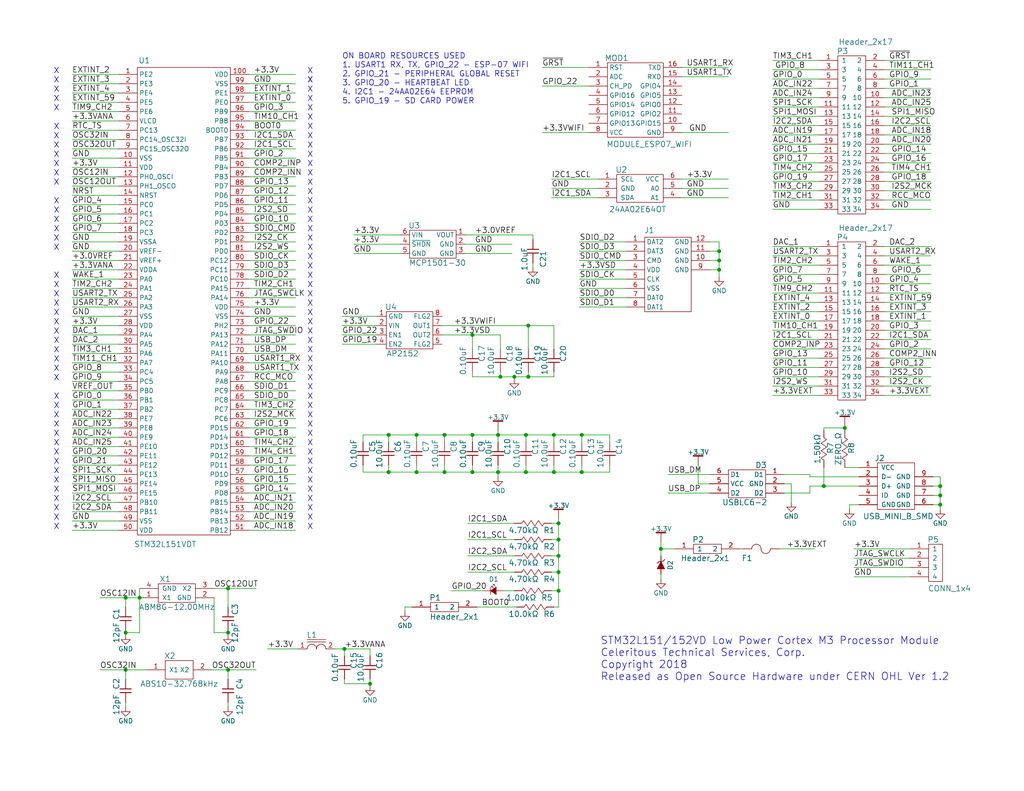
<source format=kicad_sch>
(kicad_sch (version 20230121) (generator eeschema)
  (paper "USLetter")
  (junction (at 106.045 118.745))
  (junction (at 100.965 186.69))
  (junction (at 143.51 118.745))
  (junction (at 34.29 172.72))
  (junction (at 62.23 172.72))
  (junction (at 38.1 163.195))
  (junction (at 152.4 147.32))
  (junction (at 136.525 102.87))
  (junction (at 113.665 118.745))
  (junction (at 196.215 71.12))
  (junction (at 256.54 132.715))
  (junction (at 230.505 116.84))
  (junction (at 93.98 177.165))
  (junction (at 152.4 156.21))
  (junction (at 144.145 88.9))
  (junction (at 34.29 163.195))
  (junction (at 196.215 73.66))
  (junction (at 62.23 182.88))
  (junction (at 151.13 128.905))
  (junction (at 256.54 137.795))
  (junction (at 196.215 68.58))
  (junction (at 144.145 102.87))
  (junction (at 180.34 149.86))
  (junction (at 224.79 132.715))
  (junction (at 158.75 118.745))
  (junction (at 128.905 128.905))
  (junction (at 152.4 142.875))
  (junction (at 135.89 128.905))
  (junction (at 113.665 128.905))
  (junction (at 106.045 128.905))
  (junction (at 143.51 128.905))
  (junction (at 34.29 182.88))
  (junction (at 121.285 128.905))
  (junction (at 121.285 118.745))
  (junction (at 128.905 91.44))
  (junction (at 256.54 135.255))
  (junction (at 128.905 118.745))
  (junction (at 151.13 118.745))
  (junction (at 152.4 161.29))
  (junction (at 140.335 102.87))
  (junction (at 135.89 118.745))
  (junction (at 158.75 128.905))
  (junction (at 152.4 151.765))
  (junction (at 62.23 160.655))
  (wire (pts (xy 223.52 34.29) (xy 210.82 34.29)))
  (wire (pts (xy 241.3 90.17) (xy 254 90.17)))
  (wire (pts (xy 62.23 160.655) (xy 69.85 160.655)))
  (wire (pts (xy 223.52 72.39) (xy 210.82 72.39)))
  (wire (pts (xy 67.945 139.7) (xy 80.645 139.7)))
  (wire (pts (xy 180.34 149.86) (xy 180.34 147.955)))
  (wire (pts (xy 113.665 127) (xy 113.665 128.905)))
  (wire (pts (xy 67.945 111.76) (xy 80.645 111.76)))
  (wire (pts (xy 32.385 129.54) (xy 19.685 129.54)))
  (wire (pts (xy 127 66.675) (xy 139.7 66.675)))
  (wire (pts (xy 223.52 82.55) (xy 210.82 82.55)))
  (wire (pts (xy 62.23 172.72) (xy 62.23 172.085)))
  (wire (pts (xy 170.815 76.2) (xy 158.115 76.2)))
  (wire (pts (xy 170.815 73.66) (xy 158.115 73.66)))
  (wire (pts (xy 241.3 29.21) (xy 254 29.21)))
  (wire (pts (xy 241.3 82.55) (xy 254 82.55)))
  (wire (pts (xy 166.37 128.905) (xy 158.75 128.905)))
  (wire (pts (xy 223.52 49.53) (xy 210.82 49.53)))
  (wire (pts (xy 190.5 132.08) (xy 190.5 127)))
  (wire (pts (xy 99.06 118.745) (xy 99.06 120.65)))
  (wire (pts (xy 67.945 76.2) (xy 80.645 76.2)))
  (wire (pts (xy 93.98 185.42) (xy 93.98 186.69)))
  (wire (pts (xy 67.945 60.96) (xy 80.645 60.96)))
  (wire (pts (xy 32.385 48.26) (xy 19.685 48.26)))
  (wire (pts (xy 127 64.135) (xy 145.415 64.135)))
  (wire (pts (xy 93.98 186.69) (xy 100.965 186.69)))
  (wire (pts (xy 223.52 105.41) (xy 210.82 105.41)))
  (wire (pts (xy 128.905 127) (xy 128.905 128.905)))
  (wire (pts (xy 57.785 182.88) (xy 62.23 182.88)))
  (wire (pts (xy 106.045 127) (xy 106.045 128.905)))
  (wire (pts (xy 234.315 132.715) (xy 224.79 132.715)))
  (wire (pts (xy 223.52 77.47) (xy 210.82 77.47)))
  (wire (pts (xy 32.385 38.1) (xy 19.685 38.1)))
  (wire (pts (xy 135.89 128.905) (xy 128.905 128.905)))
  (wire (pts (xy 213.995 132.08) (xy 215.9 132.08)))
  (wire (pts (xy 158.75 127) (xy 158.75 128.905)))
  (wire (pts (xy 223.52 74.93) (xy 210.82 74.93)))
  (wire (pts (xy 144.145 88.9) (xy 151.13 88.9)))
  (wire (pts (xy 193.675 129.54) (xy 182.245 129.54)))
  (wire (pts (xy 136.525 101.6) (xy 136.525 102.87)))
  (wire (pts (xy 32.385 109.22) (xy 19.685 109.22)))
  (wire (pts (xy 223.52 102.87) (xy 210.82 102.87)))
  (wire (pts (xy 32.385 27.94) (xy 19.685 27.94)))
  (wire (pts (xy 150.495 147.32) (xy 152.4 147.32)))
  (wire (pts (xy 121.285 120.65) (xy 121.285 118.745)))
  (wire (pts (xy 32.385 104.14) (xy 19.685 104.14)))
  (wire (pts (xy 241.3 85.09) (xy 254 85.09)))
  (wire (pts (xy 91.44 177.165) (xy 93.98 177.165)))
  (wire (pts (xy 248.285 152.4) (xy 233.045 152.4)))
  (wire (pts (xy 170.815 68.58) (xy 158.115 68.58)))
  (wire (pts (xy 32.385 22.86) (xy 19.685 22.86)))
  (wire (pts (xy 144.145 101.6) (xy 144.145 102.87)))
  (wire (pts (xy 145.415 71.755) (xy 145.415 73.025)))
  (wire (pts (xy 212.725 149.86) (xy 222.25 149.86)))
  (wire (pts (xy 32.385 132.08) (xy 19.685 132.08)))
  (wire (pts (xy 128.905 91.44) (xy 136.525 91.44)))
  (wire (pts (xy 67.945 66.04) (xy 80.645 66.04)))
  (wire (pts (xy 220.98 132.715) (xy 220.98 134.62)))
  (wire (pts (xy 67.945 35.56) (xy 80.645 35.56)))
  (wire (pts (xy 67.945 55.88) (xy 80.645 55.88)))
  (wire (pts (xy 241.3 87.63) (xy 254 87.63)))
  (wire (pts (xy 254.635 137.795) (xy 256.54 137.795)))
  (wire (pts (xy 152.4 161.29) (xy 152.4 165.735)))
  (wire (pts (xy 32.385 40.64) (xy 19.685 40.64)))
  (wire (pts (xy 32.385 73.66) (xy 19.685 73.66)))
  (wire (pts (xy 34.29 193.04) (xy 34.29 191.77)))
  (wire (pts (xy 120.65 91.44) (xy 128.905 91.44)))
  (wire (pts (xy 223.52 85.09) (xy 210.82 85.09)))
  (wire (pts (xy 32.385 35.56) (xy 19.685 35.56)))
  (wire (pts (xy 220.98 134.62) (xy 213.995 134.62)))
  (wire (pts (xy 223.52 107.95) (xy 210.82 107.95)))
  (wire (pts (xy 170.815 83.82) (xy 158.115 83.82)))
  (wire (pts (xy 67.945 63.5) (xy 80.645 63.5)))
  (wire (pts (xy 224.79 127.635) (xy 224.79 132.715)))
  (wire (pts (xy 241.3 107.95) (xy 254 107.95)))
  (wire (pts (xy 109.22 64.135) (xy 96.52 64.135)))
  (wire (pts (xy 241.3 41.91) (xy 254 41.91)))
  (wire (pts (xy 81.28 177.165) (xy 73.025 177.165)))
  (wire (pts (xy 223.52 69.85) (xy 210.82 69.85)))
  (wire (pts (xy 163.195 48.895) (xy 150.495 48.895)))
  (wire (pts (xy 140.335 147.32) (xy 127.635 147.32)))
  (wire (pts (xy 67.945 88.9) (xy 80.645 88.9)))
  (wire (pts (xy 248.285 149.86) (xy 233.045 149.86)))
  (wire (pts (xy 32.385 78.74) (xy 19.685 78.74)))
  (wire (pts (xy 62.23 165.735) (xy 62.23 160.655)))
  (wire (pts (xy 241.3 97.79) (xy 254 97.79)))
  (wire (pts (xy 67.945 101.6) (xy 80.645 101.6)))
  (wire (pts (xy 143.51 128.905) (xy 135.89 128.905)))
  (wire (pts (xy 113.665 118.745) (xy 106.045 118.745)))
  (wire (pts (xy 62.23 193.04) (xy 62.23 191.77)))
  (wire (pts (xy 145.415 64.135) (xy 145.415 65.405)))
  (wire (pts (xy 32.385 83.82) (xy 19.685 83.82)))
  (wire (pts (xy 32.385 71.12) (xy 19.685 71.12)))
  (wire (pts (xy 32.385 45.72) (xy 19.685 45.72)))
  (wire (pts (xy 32.385 93.98) (xy 19.685 93.98)))
  (wire (pts (xy 32.385 134.62) (xy 19.685 134.62)))
  (wire (pts (xy 223.52 54.61) (xy 210.82 54.61)))
  (wire (pts (xy 241.3 57.15) (xy 254 57.15)))
  (wire (pts (xy 67.945 104.14) (xy 80.645 104.14)))
  (wire (pts (xy 170.815 71.12) (xy 158.115 71.12)))
  (wire (pts (xy 34.29 163.195) (xy 27.305 163.195)))
  (wire (pts (xy 67.945 99.06) (xy 80.645 99.06)))
  (wire (pts (xy 34.29 185.42) (xy 34.29 182.88)))
  (wire (pts (xy 152.4 161.29) (xy 150.495 161.29)))
  (wire (pts (xy 241.3 31.75) (xy 254 31.75)))
  (wire (pts (xy 223.52 44.45) (xy 210.82 44.45)))
  (wire (pts (xy 100.965 185.42) (xy 100.965 186.69)))
  (wire (pts (xy 193.675 71.12) (xy 196.215 71.12)))
  (wire (pts (xy 223.52 97.79) (xy 210.82 97.79)))
  (wire (pts (xy 223.52 80.01) (xy 210.82 80.01)))
  (wire (pts (xy 241.3 74.93) (xy 254 74.93)))
  (wire (pts (xy 128.905 118.745) (xy 121.285 118.745)))
  (wire (pts (xy 67.945 58.42) (xy 80.645 58.42)))
  (wire (pts (xy 241.3 102.87) (xy 254 102.87)))
  (wire (pts (xy 223.52 52.07) (xy 210.82 52.07)))
  (wire (pts (xy 241.3 21.59) (xy 254 21.59)))
  (wire (pts (xy 102.87 91.44) (xy 93.345 91.44)))
  (wire (pts (xy 241.3 54.61) (xy 254 54.61)))
  (wire (pts (xy 241.3 24.13) (xy 254 24.13)))
  (wire (pts (xy 67.945 144.78) (xy 80.645 144.78)))
  (wire (pts (xy 128.905 95.25) (xy 128.905 91.44)))
  (wire (pts (xy 32.385 55.88) (xy 19.685 55.88)))
  (wire (pts (xy 196.215 73.66) (xy 196.215 75.565)))
  (wire (pts (xy 32.385 20.32) (xy 19.685 20.32)))
  (wire (pts (xy 158.75 120.65) (xy 158.75 118.745)))
  (wire (pts (xy 136.525 91.44) (xy 136.525 95.25)))
  (wire (pts (xy 32.385 99.06) (xy 19.685 99.06)))
  (wire (pts (xy 132.08 161.29) (xy 123.19 161.29)))
  (wire (pts (xy 223.52 90.17) (xy 210.82 90.17)))
  (wire (pts (xy 67.945 142.24) (xy 80.645 142.24)))
  (wire (pts (xy 215.9 132.08) (xy 215.9 137.16)))
  (wire (pts (xy 67.945 71.12) (xy 80.645 71.12)))
  (wire (pts (xy 67.945 91.44) (xy 80.645 91.44)))
  (wire (pts (xy 186.055 48.895) (xy 198.755 48.895)))
  (wire (pts (xy 186.055 53.975) (xy 198.755 53.975)))
  (wire (pts (xy 135.89 118.745) (xy 128.905 118.745)))
  (wire (pts (xy 32.385 116.84) (xy 19.685 116.84)))
  (wire (pts (xy 152.4 165.735) (xy 151.13 165.735)))
  (wire (pts (xy 109.22 69.215) (xy 96.52 69.215)))
  (wire (pts (xy 223.52 41.91) (xy 210.82 41.91)))
  (wire (pts (xy 32.385 119.38) (xy 19.685 119.38)))
  (wire (pts (xy 67.945 134.62) (xy 80.645 134.62)))
  (wire (pts (xy 223.52 67.31) (xy 210.82 67.31)))
  (wire (pts (xy 102.87 86.36) (xy 93.345 86.36)))
  (wire (pts (xy 67.945 116.84) (xy 80.645 116.84)))
  (wire (pts (xy 143.51 127) (xy 143.51 128.905)))
  (wire (pts (xy 241.3 95.25) (xy 254 95.25)))
  (wire (pts (xy 254.635 130.175) (xy 256.54 130.175)))
  (wire (pts (xy 140.335 156.21) (xy 127.635 156.21)))
  (wire (pts (xy 67.945 121.92) (xy 80.645 121.92)))
  (wire (pts (xy 186.055 20.955) (xy 198.755 20.955)))
  (wire (pts (xy 224.79 132.715) (xy 220.98 132.715)))
  (wire (pts (xy 241.3 77.47) (xy 254 77.47)))
  (wire (pts (xy 186.055 51.435) (xy 198.755 51.435)))
  (wire (pts (xy 170.815 78.74) (xy 158.115 78.74)))
  (wire (pts (xy 67.945 129.54) (xy 80.645 129.54)))
  (wire (pts (xy 230.505 116.84) (xy 230.505 116.205)))
  (wire (pts (xy 112.395 165.735) (xy 110.49 165.735)))
  (wire (pts (xy 248.285 157.48) (xy 233.045 157.48)))
  (wire (pts (xy 67.945 33.02) (xy 80.645 33.02)))
  (wire (pts (xy 223.52 92.71) (xy 210.82 92.71)))
  (wire (pts (xy 152.4 141.605) (xy 152.4 142.875)))
  (wire (pts (xy 106.045 118.745) (xy 99.06 118.745)))
  (wire (pts (xy 128.905 120.65) (xy 128.905 118.745)))
  (wire (pts (xy 140.335 151.765) (xy 127.635 151.765)))
  (wire (pts (xy 67.945 38.1) (xy 80.645 38.1)))
  (wire (pts (xy 143.51 118.745) (xy 135.89 118.745)))
  (wire (pts (xy 67.945 30.48) (xy 80.645 30.48)))
  (wire (pts (xy 140.335 103.505) (xy 140.335 102.87)))
  (wire (pts (xy 152.4 147.32) (xy 152.4 151.765)))
  (wire (pts (xy 135.89 127) (xy 135.89 128.905)))
  (wire (pts (xy 32.385 25.4) (xy 19.685 25.4)))
  (wire (pts (xy 32.385 76.2) (xy 19.685 76.2)))
  (wire (pts (xy 62.23 182.88) (xy 69.85 182.88)))
  (wire (pts (xy 256.54 137.795) (xy 256.54 139.065)))
  (wire (pts (xy 151.13 118.745) (xy 143.51 118.745)))
  (wire (pts (xy 180.34 151.765) (xy 180.34 149.86)))
  (wire (pts (xy 32.385 60.96) (xy 19.685 60.96)))
  (wire (pts (xy 58.42 163.195) (xy 58.42 172.72)))
  (wire (pts (xy 158.75 128.905) (xy 151.13 128.905)))
  (wire (pts (xy 220.98 130.175) (xy 220.98 129.54)))
  (wire (pts (xy 32.385 88.9) (xy 19.685 88.9)))
  (wire (pts (xy 143.51 120.65) (xy 143.51 118.745)))
  (wire (pts (xy 67.945 68.58) (xy 80.645 68.58)))
  (wire (pts (xy 120.65 88.9) (xy 144.145 88.9)))
  (wire (pts (xy 241.3 49.53) (xy 254 49.53)))
  (wire (pts (xy 67.945 43.18) (xy 80.645 43.18)))
  (wire (pts (xy 223.52 16.51) (xy 210.82 16.51)))
  (wire (pts (xy 140.335 102.87) (xy 136.525 102.87)))
  (wire (pts (xy 102.87 93.98) (xy 93.345 93.98)))
  (wire (pts (xy 152.4 142.875) (xy 152.4 147.32)))
  (wire (pts (xy 67.945 78.74) (xy 80.645 78.74)))
  (wire (pts (xy 193.675 66.04) (xy 196.215 66.04)))
  (wire (pts (xy 241.3 34.29) (xy 254 34.29)))
  (wire (pts (xy 67.945 137.16) (xy 80.645 137.16)))
  (wire (pts (xy 170.815 66.04) (xy 158.115 66.04)))
  (wire (pts (xy 113.665 128.905) (xy 106.045 128.905)))
  (wire (pts (xy 32.385 58.42) (xy 19.685 58.42)))
  (wire (pts (xy 67.945 96.52) (xy 80.645 96.52)))
  (wire (pts (xy 67.945 81.28) (xy 80.645 81.28)))
  (wire (pts (xy 186.055 36.195) (xy 198.755 36.195)))
  (wire (pts (xy 201.93 149.86) (xy 202.565 149.86)))
  (wire (pts (xy 223.52 29.21) (xy 210.82 29.21)))
  (wire (pts (xy 67.945 86.36) (xy 80.645 86.36)))
  (wire (pts (xy 241.3 26.67) (xy 254 26.67)))
  (wire (pts (xy 144.145 102.87) (xy 140.335 102.87)))
  (wire (pts (xy 32.385 91.44) (xy 19.685 91.44)))
  (wire (pts (xy 67.945 132.08) (xy 80.645 132.08)))
  (wire (pts (xy 38.1 160.655) (xy 38.1 163.195)))
  (wire (pts (xy 113.665 120.65) (xy 113.665 118.745)))
  (wire (pts (xy 223.52 46.99) (xy 210.82 46.99)))
  (wire (pts (xy 121.285 127) (xy 121.285 128.905)))
  (wire (pts (xy 106.045 120.65) (xy 106.045 118.745)))
  (wire (pts (xy 93.98 179.07) (xy 93.98 177.165)))
  (wire (pts (xy 34.29 173.355) (xy 34.29 172.72)))
  (wire (pts (xy 67.945 40.64) (xy 80.645 40.64)))
  (wire (pts (xy 151.13 102.87) (xy 144.145 102.87)))
  (wire (pts (xy 135.89 128.905) (xy 135.89 130.175)))
  (wire (pts (xy 144.145 95.25) (xy 144.145 88.9)))
  (wire (pts (xy 121.285 118.745) (xy 113.665 118.745)))
  (wire (pts (xy 152.4 151.765) (xy 152.4 156.21)))
  (wire (pts (xy 93.98 177.165) (xy 100.965 177.165)))
  (wire (pts (xy 184.15 149.86) (xy 180.34 149.86)))
  (wire (pts (xy 67.945 106.68) (xy 80.645 106.68)))
  (wire (pts (xy 241.3 105.41) (xy 254 105.41)))
  (wire (pts (xy 38.1 163.195) (xy 34.29 163.195)))
  (wire (pts (xy 193.675 73.66) (xy 196.215 73.66)))
  (wire (pts (xy 224.79 116.84) (xy 224.79 117.475)))
  (wire (pts (xy 67.945 25.4) (xy 80.645 25.4)))
  (wire (pts (xy 67.945 27.94) (xy 80.645 27.94)))
  (wire (pts (xy 67.945 53.34) (xy 80.645 53.34)))
  (wire (pts (xy 34.29 182.88) (xy 27.305 182.88)))
  (wire (pts (xy 110.49 165.735) (xy 110.49 167.005)))
  (wire (pts (xy 256.54 130.175) (xy 256.54 132.715)))
  (wire (pts (xy 151.13 128.905) (xy 143.51 128.905)))
  (wire (pts (xy 163.195 53.975) (xy 150.495 53.975)))
  (wire (pts (xy 151.13 120.65) (xy 151.13 118.745)))
  (wire (pts (xy 241.3 92.71) (xy 254 92.71)))
  (wire (pts (xy 32.385 66.04) (xy 19.685 66.04)))
  (wire (pts (xy 67.945 48.26) (xy 80.645 48.26)))
  (wire (pts (xy 241.3 36.83) (xy 254 36.83)))
  (wire (pts (xy 241.3 80.01) (xy 254 80.01)))
  (wire (pts (xy 254.635 135.255) (xy 256.54 135.255)))
  (wire (pts (xy 127 69.215) (xy 139.7 69.215)))
  (wire (pts (xy 223.52 100.33) (xy 210.82 100.33)))
  (wire (pts (xy 32.385 124.46) (xy 19.685 124.46)))
  (wire (pts (xy 223.52 24.13) (xy 210.82 24.13)))
  (wire (pts (xy 32.385 86.36) (xy 19.685 86.36)))
  (wire (pts (xy 58.42 172.72) (xy 62.23 172.72)))
  (wire (pts (xy 158.75 118.745) (xy 151.13 118.745)))
  (wire (pts (xy 140.335 142.875) (xy 127.635 142.875)))
  (wire (pts (xy 140.335 161.29) (xy 137.16 161.29)))
  (wire (pts (xy 67.945 73.66) (xy 80.645 73.66)))
  (wire (pts (xy 67.945 22.86) (xy 80.645 22.86)))
  (wire (pts (xy 32.385 33.02) (xy 19.685 33.02)))
  (wire (pts (xy 166.37 120.65) (xy 166.37 118.745)))
  (wire (pts (xy 32.385 139.7) (xy 19.685 139.7)))
  (wire (pts (xy 32.385 121.92) (xy 19.685 121.92)))
  (wire (pts (xy 32.385 68.58) (xy 19.685 68.58)))
  (wire (pts (xy 32.385 137.16) (xy 19.685 137.16)))
  (wire (pts (xy 180.34 158.115) (xy 180.34 156.845)))
  (wire (pts (xy 32.385 50.8) (xy 19.685 50.8)))
  (wire (pts (xy 58.42 160.655) (xy 62.23 160.655)))
  (wire (pts (xy 32.385 81.28) (xy 19.685 81.28)))
  (wire (pts (xy 135.89 118.745) (xy 135.89 120.65)))
  (wire (pts (xy 135.89 117.475) (xy 135.89 118.745)))
  (wire (pts (xy 223.52 21.59) (xy 210.82 21.59)))
  (wire (pts (xy 160.655 23.495) (xy 147.955 23.495)))
  (wire (pts (xy 223.52 31.75) (xy 210.82 31.75)))
  (wire (pts (xy 34.29 172.72) (xy 34.29 172.085)))
  (wire (pts (xy 223.52 36.83) (xy 210.82 36.83)))
  (wire (pts (xy 248.285 154.94) (xy 233.045 154.94)))
  (wire (pts (xy 38.1 163.195) (xy 38.1 172.72)))
  (wire (pts (xy 230.505 117.475) (xy 230.505 116.84)))
  (wire (pts (xy 223.52 26.67) (xy 210.82 26.67)))
  (wire (pts (xy 32.385 106.68) (xy 19.685 106.68)))
  (wire (pts (xy 32.385 43.18) (xy 19.685 43.18)))
  (wire (pts (xy 231.775 137.795) (xy 231.775 139.065)))
  (wire (pts (xy 152.4 156.21) (xy 150.495 156.21)))
  (wire (pts (xy 32.385 53.34) (xy 19.685 53.34)))
  (wire (pts (xy 223.52 57.15) (xy 210.82 57.15)))
  (wire (pts (xy 223.52 19.05) (xy 210.82 19.05)))
  (wire (pts (xy 186.055 18.415) (xy 198.755 18.415)))
  (wire (pts (xy 193.675 132.08) (xy 190.5 132.08)))
  (wire (pts (xy 166.37 127) (xy 166.37 128.905)))
  (wire (pts (xy 152.4 156.21) (xy 152.4 161.29)))
  (wire (pts (xy 128.905 102.87) (xy 128.905 101.6)))
  (wire (pts (xy 128.905 128.905) (xy 121.285 128.905)))
  (wire (pts (xy 234.315 137.795) (xy 231.775 137.795)))
  (wire (pts (xy 62.23 185.42) (xy 62.23 182.88)))
  (wire (pts (xy 150.495 142.875) (xy 152.4 142.875)))
  (wire (pts (xy 256.54 132.715) (xy 256.54 135.255)))
  (wire (pts (xy 241.3 16.51) (xy 254 16.51)))
  (wire (pts (xy 151.13 101.6) (xy 151.13 102.87)))
  (wire (pts (xy 32.385 142.24) (xy 19.685 142.24)))
  (wire (pts (xy 100.965 186.69) (xy 100.965 187.325)))
  (wire (pts (xy 196.215 71.12) (xy 196.215 73.66)))
  (wire (pts (xy 230.505 116.84) (xy 224.79 116.84)))
  (wire (pts (xy 40.005 182.88) (xy 34.29 182.88)))
  (wire (pts (xy 67.945 124.46) (xy 80.645 124.46)))
  (wire (pts (xy 32.385 111.76) (xy 19.685 111.76)))
  (wire (pts (xy 32.385 30.48) (xy 19.685 30.48)))
  (wire (pts (xy 67.945 83.82) (xy 80.645 83.82)))
  (wire (pts (xy 241.3 67.31) (xy 254 67.31)))
  (wire (pts (xy 241.3 100.33) (xy 254 100.33)))
  (wire (pts (xy 32.385 127) (xy 19.685 127)))
  (wire (pts (xy 241.3 69.85) (xy 254 69.85)))
  (wire (pts (xy 193.675 134.62) (xy 182.245 134.62)))
  (wire (pts (xy 62.23 173.355) (xy 62.23 172.72)))
  (wire (pts (xy 241.3 52.07) (xy 254 52.07)))
  (wire (pts (xy 100.965 177.165) (xy 100.965 179.07)))
  (wire (pts (xy 196.215 66.04) (xy 196.215 68.58)))
  (wire (pts (xy 67.945 109.22) (xy 80.645 109.22)))
  (wire (pts (xy 106.045 128.905) (xy 99.06 128.905)))
  (wire (pts (xy 32.385 101.6) (xy 19.685 101.6)))
  (wire (pts (xy 67.945 127) (xy 80.645 127)))
  (wire (pts (xy 67.945 20.32) (xy 80.645 20.32)))
  (wire (pts (xy 230.505 127.635) (xy 234.315 127.635)))
  (wire (pts (xy 166.37 118.745) (xy 158.75 118.745)))
  (wire (pts (xy 102.87 88.9) (xy 93.345 88.9)))
  (wire (pts (xy 109.22 66.675) (xy 96.52 66.675)))
  (wire (pts (xy 151.13 127) (xy 151.13 128.905)))
  (wire (pts (xy 99.06 128.905) (xy 99.06 127)))
  (wire (pts (xy 241.3 44.45) (xy 254 44.45)))
  (wire (pts (xy 163.195 51.435) (xy 150.495 51.435)))
  (wire (pts (xy 241.3 39.37) (xy 254 39.37)))
  (wire (pts (xy 32.385 96.52) (xy 19.685 96.52)))
  (wire (pts (xy 67.945 114.3) (xy 80.645 114.3)))
  (wire (pts (xy 254.635 132.715) (xy 256.54 132.715)))
  (wire (pts (xy 256.54 135.255) (xy 256.54 137.795)))
  (wire (pts (xy 241.3 19.05) (xy 254 19.05)))
  (wire (pts (xy 67.945 50.8) (xy 80.645 50.8)))
  (wire (pts (xy 67.945 45.72) (xy 80.645 45.72)))
  (wire (pts (xy 32.385 144.78) (xy 19.685 144.78)))
  (wire (pts (xy 220.98 129.54) (xy 213.995 129.54)))
  (wire (pts (xy 32.385 63.5) (xy 19.685 63.5)))
  (wire (pts (xy 160.655 18.415) (xy 147.955 18.415)))
  (wire (pts (xy 193.675 68.58) (xy 196.215 68.58)))
  (wire (pts (xy 160.655 36.195) (xy 147.955 36.195)))
  (wire (pts (xy 151.13 88.9) (xy 151.13 95.25)))
  (wire (pts (xy 223.52 39.37) (xy 210.82 39.37)))
  (wire (pts (xy 223.52 95.25) (xy 210.82 95.25)))
  (wire (pts (xy 234.315 130.175) (xy 220.98 130.175)))
  (wire (pts (xy 121.285 128.905) (xy 113.665 128.905)))
  (wire (pts (xy 196.215 68.58) (xy 196.215 71.12)))
  (wire (pts (xy 150.495 151.765) (xy 152.4 151.765)))
  (wire (pts (xy 38.1 172.72) (xy 34.29 172.72)))
  (wire (pts (xy 32.385 114.3) (xy 19.685 114.3)))
  (wire (pts (xy 241.3 72.39) (xy 254 72.39)))
  (wire (pts (xy 67.945 119.38) (xy 80.645 119.38)))
  (wire (pts (xy 140.97 165.735) (xy 130.175 165.735)))
  (wire (pts (xy 241.3 46.99) (xy 254 46.99)))
  (wire (pts (xy 170.815 81.28) (xy 158.115 81.28)))
  (wire (pts (xy 34.29 165.735) (xy 34.29 163.195)))
  (wire (pts (xy 136.525 102.87) (xy 128.905 102.87)))
  (wire (pts (xy 223.52 87.63) (xy 210.82 87.63)))
  (wire (pts (xy 67.945 93.98) (xy 80.645 93.98)))
  (text "X" (at 14.605 144.78 0) (effects (font (size 1.524 1.524)) (justify left bottom)))
  (text "X" (at 83.82 43.18 0) (effects (font (size 1.524 1.524)) (justify left bottom)))
  (text "X" (at 83.82 144.78 0) (effects (font (size 1.524 1.524)) (justify left bottom)))
  (text "X" (at 83.82 132.08 0) (effects (font (size 1.524 1.524)) (justify left bottom)))
  (text "X" (at 83.82 60.96 0) (effects (font (size 1.524 1.524)) (justify left bottom)))
  (text "X" (at 83.82 20.32 0) (effects (font (size 1.524 1.524)) (justify left bottom)))
  (text "X" (at 14.605 25.4 0) (effects (font (size 1.524 1.524)) (justify left bottom)))
  (text "X" (at 83.82 48.26 0) (effects (font (size 1.524 1.524)) (justify left bottom)))
  (text "X" (at 83.82 124.46 0) (effects (font (size 1.524 1.524)) (justify left bottom)))
  (text "X" (at 83.82 73.66 0) (effects (font (size 1.524 1.524)) (justify left bottom)))
  (text "X" (at 14.605 129.54 0) (effects (font (size 1.524 1.524)) (justify left bottom)))
  (text "X" (at 14.605 35.56 0) (effects (font (size 1.524 1.524)) (justify left bottom)))
  (text "X" (at 83.82 121.92 0) (effects (font (size 1.524 1.524)) (justify left bottom)))
  (text "X" (at 83.82 22.86 0) (effects (font (size 1.524 1.524)) (justify left bottom)))
  (text "X" (at 83.82 142.24 0) (effects (font (size 1.524 1.524)) (justify left bottom)))
  (text "X" (at 14.605 142.24 0) (effects (font (size 1.524 1.524)) (justify left bottom)))
  (text "X" (at 14.605 58.42 0) (effects (font (size 1.524 1.524)) (justify left bottom)))
  (text "X" (at 14.605 66.04 0) (effects (font (size 1.524 1.524)) (justify left bottom)))
  (text "X" (at 14.605 55.88 0) (effects (font (size 1.524 1.524)) (justify left bottom)))
  (text "X" (at 14.605 119.38 0) (effects (font (size 1.524 1.524)) (justify left bottom)))
  (text "X" (at 83.82 33.02 0) (effects (font (size 1.524 1.524)) (justify left bottom)))
  (text "X" (at 14.605 22.86 0) (effects (font (size 1.524 1.524)) (justify left bottom)))
  (text "X" (at 14.605 27.94 0) (effects (font (size 1.524 1.524)) (justify left bottom)))
  (text "X" (at 14.605 101.6 0) (effects (font (size 1.524 1.524)) (justify left bottom)))
  (text "X" (at 14.605 60.96 0) (effects (font (size 1.524 1.524)) (justify left bottom)))
  (text "X" (at 83.82 53.34 0) (effects (font (size 1.524 1.524)) (justify left bottom)))
  (text "X" (at 14.605 43.18 0) (effects (font (size 1.524 1.524)) (justify left bottom)))
  (text "X" (at 14.605 20.32 0) (effects (font (size 1.524 1.524)) (justify left bottom)))
  (text "X" (at 14.605 99.06 0) (effects (font (size 1.524 1.524)) (justify left bottom)))
  (text "X" (at 14.605 121.92 0) (effects (font (size 1.524 1.524)) (justify left bottom)))
  (text "X" (at 14.605 40.64 0) (effects (font (size 1.524 1.524)) (justify left bottom)))
  (text "X" (at 83.82 68.58 0) (effects (font (size 1.524 1.524)) (justify left bottom)))
  (text "X" (at 83.82 81.28 0) (effects (font (size 1.524 1.524)) (justify left bottom)))
  (text "X" (at 14.605 48.26 0) (effects (font (size 1.524 1.524)) (justify left bottom)))
  (text "X" (at 83.82 76.2 0) (effects (font (size 1.524 1.524)) (justify left bottom)))
  (text "X" (at 14.605 104.14 0) (effects (font (size 1.524 1.524)) (justify left bottom)))
  (text "X" (at 83.82 106.68 0) (effects (font (size 1.524 1.524)) (justify left bottom)))
  (text "X" (at 83.82 66.04 0) (effects (font (size 1.524 1.524)) (justify left bottom)))
  (text "X" (at 83.82 127 0) (effects (font (size 1.524 1.524)) (justify left bottom)))
  (text "X" (at 83.82 104.14 0) (effects (font (size 1.524 1.524)) (justify left bottom)))
  (text "X" (at 14.605 45.72 0) (effects (font (size 1.524 1.524)) (justify left bottom)))
  (text "X" (at 83.82 25.4 0) (effects (font (size 1.524 1.524)) (justify left bottom)))
  (text "X" (at 83.82 111.76 0) (effects (font (size 1.524 1.524)) (justify left bottom)))
  (text "X" (at 83.82 96.52 0) (effects (font (size 1.524 1.524)) (justify left bottom)))
  (text "X" (at 83.82 78.74 0) (effects (font (size 1.524 1.524)) (justify left bottom)))
  (text "X" (at 83.82 109.22 0) (effects (font (size 1.524 1.524)) (justify left bottom)))
  (text "X" (at 83.82 114.3 0) (effects (font (size 1.524 1.524)) (justify left bottom)))
  (text "X" (at 83.82 88.9 0) (effects (font (size 1.524 1.524)) (justify left bottom)))
  (text "X" (at 83.82 116.84 0) (effects (font (size 1.524 1.524)) (justify left bottom)))
  (text "X" (at 83.82 45.72 0) (effects (font (size 1.524 1.524)) (justify left bottom)))
  (text "X" (at 14.605 109.22 0) (effects (font (size 1.524 1.524)) (justify left bottom)))
  (text "X" (at 83.82 58.42 0) (effects (font (size 1.524 1.524)) (justify left bottom)))
  (text "X" (at 83.82 27.94 0) (effects (font (size 1.524 1.524)) (justify left bottom)))
  (text "X" (at 14.605 86.36 0) (effects (font (size 1.524 1.524)) (justify left bottom)))
  (text "X" (at 83.82 40.64 0) (effects (font (size 1.524 1.524)) (justify left bottom)))
  (text "X" (at 14.605 93.98 0) (effects (font (size 1.524 1.524)) (justify left bottom)))
  (text "X" (at 14.605 139.7 0) (effects (font (size 1.524 1.524)) (justify left bottom)))
  (text "X" (at 83.82 93.98 0) (effects (font (size 1.524 1.524)) (justify left bottom)))
  (text "X" (at 14.605 30.48 0) (effects (font (size 1.524 1.524)) (justify left bottom)))
  (text "X" (at 83.82 99.06 0) (effects (font (size 1.524 1.524)) (justify left bottom)))
  (text "X" (at 83.82 83.82 0) (effects (font (size 1.524 1.524)) (justify left bottom)))
  (text "X" (at 14.605 50.8 0) (effects (font (size 1.524 1.524)) (justify left bottom)))
  (text "X" (at 83.82 134.62 0) (effects (font (size 1.524 1.524)) (justify left bottom)))
  (text "X" (at 83.82 38.1 0) (effects (font (size 1.524 1.524)) (justify left bottom)))
  (text "X" (at 14.605 111.76 0) (effects (font (size 1.524 1.524)) (justify left bottom)))
  (text "X" (at 14.605 83.82 0) (effects (font (size 1.524 1.524)) (justify left bottom)))
  (text "X" (at 14.605 114.3 0) (effects (font (size 1.524 1.524)) (justify left bottom)))
  (text "X" (at 83.82 137.16 0) (effects (font (size 1.524 1.524)) (justify left bottom)))
  (text "X" (at 14.605 137.16 0) (effects (font (size 1.524 1.524)) (justify left bottom)))
  (text "X" (at 14.605 76.2 0) (effects (font (size 1.524 1.524)) (justify left bottom)))
  (text "X" (at 14.605 124.46 0) (effects (font (size 1.524 1.524)) (justify left bottom)))
  (text "X" (at 83.82 129.54 0) (effects (font (size 1.524 1.524)) (justify left bottom)))
  (text "STM32L151/152VD Low Power Cortex M3 Processor Module\nCeleritous Technical Services, Corp.\nCopyright 2018 \nReleased as Open Source Hardware under CERN OHL Ver 1.2" (at 163.83 186.055 0) (effects (font (size 2.032 2.032)) (justify left bottom)))
  (text "X" (at 14.605 127 0) (effects (font (size 1.524 1.524)) (justify left bottom)))
  (text "X" (at 14.605 96.52 0) (effects (font (size 1.524 1.524)) (justify left bottom)))
  (text "X" (at 14.605 38.1 0) (effects (font (size 1.524 1.524)) (justify left bottom)))
  (text "X" (at 83.82 71.12 0) (effects (font (size 1.524 1.524)) (justify left bottom)))
  (text "X" (at 83.82 86.36 0) (effects (font (size 1.524 1.524)) (justify left bottom)))
  (text "X" (at 14.605 68.58 0) (effects (font (size 1.524 1.524)) (justify left bottom)))
  (text "X" (at 14.605 88.9 0) (effects (font (size 1.524 1.524)) (justify left bottom)))
  (text "X" (at 83.82 63.5 0) (effects (font (size 1.524 1.524)) (justify left bottom)))
  (text "ON BOARD RESOURCES USED\n1. USART1 RX, TX, GPIO_22 - ESP-07 WIFI\n2. GPIO_21 - PERIPHERAL GLOBAL RESET\n3. GPIO_20 - HEARTBEAT LED\n4. I2C1 - 24AA02E64 EEPROM\n5. GPIO_19 - SD CARD POWER" (at 93.345 28.575 0) (effects (font (size 1.524 1.524)) (justify left bottom)))
  (text "X" (at 83.82 35.56 0) (effects (font (size 1.524 1.524)) (justify left bottom)))
  (text "X" (at 83.82 55.88 0) (effects (font (size 1.524 1.524)) (justify left bottom)))
  (text "X" (at 83.82 139.7 0) (effects (font (size 1.524 1.524)) (justify left bottom)))
  (text "X" (at 14.605 132.08 0) (effects (font (size 1.524 1.524)) (justify left bottom)))
  (text "X" (at 83.82 50.8 0) (effects (font (size 1.524 1.524)) (justify left bottom)))
  (text "X" (at 14.605 81.28 0) (effects (font (size 1.524 1.524)) (justify left bottom)))
  (text "X" (at 14.605 134.62 0) (effects (font (size 1.524 1.524)) (justify left bottom)))
  (text "X" (at 83.82 30.48 0) (effects (font (size 1.524 1.524)) (justify left bottom)))
  (text "X" (at 14.605 116.84 0) (effects (font (size 1.524 1.524)) (justify left bottom)))
  (text "X" (at 14.605 78.74 0) (effects (font (size 1.524 1.524)) (justify left bottom)))
  (text "X" (at 83.82 119.38 0) (effects (font (size 1.524 1.524)) (justify left bottom)))
  (text "X" (at 83.82 91.44 0) (effects (font (size 1.524 1.524)) (justify left bottom)))
  (text "X" (at 83.82 22.86 0) (effects (font (size 1.524 1.524)) (justify left bottom)))
  (text "X" (at 14.605 91.44 0) (effects (font (size 1.524 1.524)) (justify left bottom)))
  (text "X" (at 14.605 63.5 0) (effects (font (size 1.524 1.524)) (justify left bottom)))
  (text "X" (at 83.82 101.6 0) (effects (font (size 1.524 1.524)) (justify left bottom)))
  (label "ADC_IN21" (at 210.82 39.37 0) (effects (font (size 1.524 1.524))))
  (label "DAC_1" (at 19.685 91.44 0) (effects (font (size 1.524 1.524))))
  (label "SDIO_CK" (at 158.115 76.2 0) (effects (font (size 1.524 1.524))))
  (label "I2C1_SCL" (at 210.82 92.71 0) (effects (font (size 1.524 1.524))))
  (label "ADC_IN19" (at 210.82 36.83 0) (effects (font (size 1.524 1.524))))
  (label "WAKE_1" (at 242.57 72.39 0) (effects (font (size 1.524 1.524))))
  (label "GND" (at 187.96 36.195 0) (effects (font (size 1.524 1.524))))
  (label "ADC_IN25" (at 19.685 121.92 0) (effects (font (size 1.524 1.524))))
  (label "GND" (at 243.205 57.15 0) (effects (font (size 1.524 1.524))))
  (label "+3.3V" (at 233.045 149.86 0) (effects (font (size 1.524 1.524))))
  (label "GPIO_6" (at 243.205 74.93 0) (effects (font (size 1.524 1.524))))
  (label "I2C2_SDA" (at 210.82 34.29 0) (effects (font (size 1.524 1.524))))
  (label "TIM2_CH2" (at 210.82 72.39 0) (effects (font (size 1.524 1.524))))
  (label "ADC_IN20" (at 243.205 39.37 0) (effects (font (size 1.524 1.524))))
  (label "GND" (at 19.685 43.18 0) (effects (font (size 1.524 1.524))))
  (label "GPIO_3" (at 69.215 30.48 0) (effects (font (size 1.524 1.524))))
  (label "I2C2_SCL" (at 127.635 156.21 0) (effects (font (size 1.524 1.524))))
  (label "GPIO_8" (at 19.685 101.6 0) (effects (font (size 1.524 1.524))))
  (label "TIM3_CH1" (at 19.685 96.52 0) (effects (font (size 1.524 1.524))))
  (label "GPIO_10" (at 210.82 102.87 0) (effects (font (size 1.524 1.524))))
  (label "GPIO_15" (at 69.215 132.08 0) (effects (font (size 1.524 1.524))))
  (label "JTAG_SWDIO" (at 233.045 154.94 0) (effects (font (size 1.524 1.524))))
  (label "TIM3_CH2" (at 210.82 52.07 0) (effects (font (size 1.524 1.524))))
  (label "GPIO_8" (at 211.455 19.05 0) (effects (font (size 1.524 1.524))))
  (label "GPIO_19" (at 210.82 49.53 0) (effects (font (size 1.524 1.524))))
  (label "EXTINT_4" (at 210.82 82.55 0) (effects (font (size 1.524 1.524))))
  (label "OSC32IN" (at 27.305 182.88 0) (effects (font (size 1.524 1.524))))
  (label "GND" (at 19.685 66.04 0) (effects (font (size 1.524 1.524))))
  (label "JTAG_SWCLK" (at 69.215 81.28 0) (effects (font (size 1.524 1.524))))
  (label "GPIO_4" (at 242.57 77.47 0) (effects (font (size 1.524 1.524))))
  (label "ADC_IN21" (at 69.215 137.16 0) (effects (font (size 1.524 1.524))))
  (label "GND" (at 129.54 66.675 0) (effects (font (size 1.524 1.524))))
  (label "USART1_TX" (at 69.215 101.6 0) (effects (font (size 1.524 1.524))))
  (label "GPIO_1" (at 19.685 111.76 0) (effects (font (size 1.524 1.524))))
  (label "I2C1_SDA" (at 127.635 142.875 0) (effects (font (size 1.524 1.524))))
  (label "USART2_TX" (at 210.82 69.85 0) (effects (font (size 1.524 1.524))))
  (label "GPIO_13" (at 210.82 97.79 0) (effects (font (size 1.524 1.524))))
  (label "EXTINT_2" (at 210.82 85.09 0) (effects (font (size 1.524 1.524))))
  (label "TIM3_CH1" (at 210.82 16.51 0) (effects (font (size 1.524 1.524))))
  (label "I2C2_SCL" (at 19.685 137.16 0) (effects (font (size 1.524 1.524))))
  (label "TIM11_CH1" (at 19.685 99.06 0) (effects (font (size 1.524 1.524))))
  (label "USART1_RX" (at 69.215 99.06 0) (effects (font (size 1.524 1.524))))
  (label "GPIO_14" (at 243.205 41.91 0) (effects (font (size 1.524 1.524))))
  (label "+3.3V" (at 187.325 48.895 0) (effects (font (size 1.524 1.524))))
  (label "OSC32IN" (at 19.685 38.1 0) (effects (font (size 1.524 1.524))))
  (label "TIM10_CH1" (at 69.215 33.02 0) (effects (font (size 1.524 1.524))))
  (label "TIM9_CH2" (at 210.82 80.01 0) (effects (font (size 1.524 1.524))))
  (label "GPIO_7" (at 19.685 63.5 0) (effects (font (size 1.524 1.524))))
  (label "GPIO_19" (at 69.215 116.84 0) (effects (font (size 1.524 1.524))))
  (label "GPIO_15" (at 210.82 41.91 0) (effects (font (size 1.524 1.524))))
  (label "ADC_IN22" (at 19.685 114.3 0) (effects (font (size 1.524 1.524))))
  (label "TIM4_CH2" (at 69.215 121.92 0) (effects (font (size 1.524 1.524))))
  (label "GPIO_6" (at 19.685 60.96 0) (effects (font (size 1.524 1.524))))
  (label "~{GRST}" (at 242.57 16.51 0) (effects (font (size 1.524 1.524))))
  (label "ADC_IN23" (at 19.685 116.84 0) (effects (font (size 1.524 1.524))))
  (label "SDIO_D2" (at 158.115 66.04 0) (effects (font (size 1.524 1.524))))
  (label "GPIO_3" (at 242.57 90.17 0) (effects (font (size 1.524 1.524))))
  (label "RCC_MCO" (at 69.215 104.14 0) (effects (font (size 1.524 1.524))))
  (label "DAC_2" (at 242.57 67.31 0) (effects (font (size 1.524 1.524))))
  (label "EXTINT_0" (at 210.82 87.63 0) (effects (font (size 1.524 1.524))))
  (label "+3.3V" (at 19.685 88.9 0) (effects (font (size 1.524 1.524))))
  (label "GND" (at 19.685 86.36 0) (effects (font (size 1.524 1.524))))
  (label "OSC12OUT" (at 58.42 160.655 0) (effects (font (size 1.524 1.524))))
  (label "GPIO_17" (at 210.82 44.45 0) (effects (font (size 1.524 1.524))))
  (label "+3.3VSD" (at 158.115 73.66 0) (effects (font (size 1.524 1.524))))
  (label "EXTINT_59" (at 19.685 27.94 0) (effects (font (size 1.524 1.524))))
  (label "TIM4_CH1" (at 69.215 124.46 0) (effects (font (size 1.524 1.524))))
  (label "RCC_MCO" (at 243.205 54.61 0) (effects (font (size 1.524 1.524))))
  (label "I2C1_SCL" (at 127.635 147.32 0) (effects (font (size 1.524 1.524))))
  (label "TIM2_CH2" (at 19.685 78.74 0) (effects (font (size 1.524 1.524))))
  (label "+3.3V" (at 96.52 64.135 0) (effects (font (size 1.524 1.524))))
  (label "GPIO_18" (at 243.205 49.53 0) (effects (font (size 1.524 1.524))))
  (label "USB_DP" (at 69.215 93.98 0) (effects (font (size 1.524 1.524))))
  (label "+3.3V" (at 69.215 83.82 0) (effects (font (size 1.524 1.524))))
  (label "SDIO_D0" (at 69.215 109.22 0) (effects (font (size 1.524 1.524))))
  (label "TIM2_CH1" (at 210.82 54.61 0) (effects (font (size 1.524 1.524))))
  (label "WAKE_1" (at 19.685 76.2 0) (effects (font (size 1.524 1.524))))
  (label "I2C1_SDA" (at 69.215 38.1 0) (effects (font (size 1.524 1.524))))
  (label "ADC_IN22" (at 210.82 24.13 0) (effects (font (size 1.524 1.524))))
  (label "GND" (at 69.215 22.86 0) (effects (font (size 1.524 1.524))))
  (label "I2C1_SCL" (at 150.495 48.895 0) (effects (font (size 1.524 1.524))))
  (label "GND" (at 210.82 57.15 0) (effects (font (size 1.524 1.524))))
  (label "GND" (at 158.115 78.74 0) (effects (font (size 1.524 1.524))))
  (label "+3.3V" (at 96.52 66.675 0) (effects (font (size 1.524 1.524))))
  (label "OSC12OUT" (at 19.685 50.8 0) (effects (font (size 1.524 1.524))))
  (label "GPIO_12" (at 69.215 53.34 0) (effects (font (size 1.524 1.524))))
  (label "GPIO_5" (at 19.685 58.42 0) (effects (font (size 1.524 1.524))))
  (label "EXTINT_1" (at 69.215 25.4 0) (effects (font (size 1.524 1.524))))
  (label "DAC_2" (at 19.685 93.98 0) (effects (font (size 1.524 1.524))))
  (label "SPI1_MISO" (at 19.685 132.08 0) (effects (font (size 1.524 1.524))))
  (label "OSC12IN" (at 27.305 163.195 0) (effects (font (size 1.524 1.524))))
  (label "RTC_TS" (at 242.57 80.01 0) (effects (font (size 1.524 1.524))))
  (label "SPI1_MOSI" (at 19.685 134.62 0) (effects (font (size 1.524 1.524))))
  (label "SDIO_D1" (at 69.215 106.68 0) (effects (font (size 1.524 1.524))))
  (label "GPIO_17" (at 69.215 127 0) (effects (font (size 1.524 1.524))))
  (label "GND" (at 96.52 69.215 0) (effects (font (size 1.524 1.524))))
  (label "TIM4_CH2" (at 210.82 46.99 0) (effects (font (size 1.524 1.524))))
  (label "TIM11_CH1" (at 242.57 19.05 0) (effects (font (size 1.524 1.524))))
  (label "GND" (at 19.685 68.58 0) (effects (font (size 1.524 1.524))))
  (label "GND" (at 69.215 86.36 0) (effects (font (size 1.524 1.524))))
  (label "GPIO_16" (at 243.205 44.45 0) (effects (font (size 1.524 1.524))))
  (label "+3.0VREF" (at 19.685 71.12 0) (effects (font (size 1.524 1.524))))
  (label "GND" (at 187.325 51.435 0) (effects (font (size 1.524 1.524))))
  (label "I2S2_SD" (at 242.57 102.87 0) (effects (font (size 1.524 1.524))))
  (label "GPIO_19" (at 93.345 93.98 0) (effects (font (size 1.524 1.524))))
  (label "SPI1_SCK" (at 19.685 129.54 0) (effects (font (size 1.524 1.524))))
  (label "GPIO_5" (at 210.82 77.47 0) (effects (font (size 1.524 1.524))))
  (label "SPI1_MISO" (at 243.205 31.75 0) (effects (font (size 1.524 1.524))))
  (label "I2C2_SCL" (at 243.205 34.29 0) (effects (font (size 1.524 1.524))))
  (label "GPIO_10" (at 69.215 60.96 0) (effects (font (size 1.524 1.524))))
  (label "DAC_1" (at 210.82 67.31 0) (effects (font (size 1.524 1.524))))
  (label "I2S2_SD" (at 69.215 58.42 0) (effects (font (size 1.524 1.524))))
  (label "I2S2_MCK" (at 243.205 52.07 0) (effects (font (size 1.524 1.524))))
  (label "I2C2_SDA" (at 19.685 139.7 0) (effects (font (size 1.524 1.524))))
  (label "BOOT0" (at 69.215 35.56 0) (effects (font (size 1.524 1.524))))
  (label "GPIO_9" (at 19.685 104.14 0) (effects (font (size 1.524 1.524))))
  (label "GPIO_20" (at 19.685 124.46 0) (effects (font (size 1.524 1.524))))
  (label "~{GRST}" (at 147.955 18.415 0) (effects (font (size 1.524 1.524))))
  (label "+3.3VWIFI" (at 123.825 88.9 0) (effects (font (size 1.524 1.524))))
  (label "GND" (at 129.54 69.215 0) (effects (font (size 1.524 1.524))))
  (label "ADC_IN18" (at 69.215 144.78 0) (effects (font (size 1.524 1.524))))
  (label "OSC12IN" (at 19.685 48.26 0) (effects (font (size 1.524 1.524))))
  (label "I2S2_CK" (at 242.57 105.41 0) (effects (font (size 1.524 1.524))))
  (label "+3.3VANA" (at 19.685 73.66 0) (effects (font (size 1.524 1.524))))
  (label "GPIO_14" (at 69.215 134.62 0) (effects (font (size 1.524 1.524))))
  (label "EXTINT_59" (at 242.57 82.55 0) (effects (font (size 1.524 1.524))))
  (label "TIM3_CH2" (at 69.215 111.76 0) (effects (font (size 1.524 1.524))))
  (label "SDIO_D1" (at 158.115 83.82 0) (effects (font (size 1.524 1.524))))
  (label "GND" (at 93.345 86.36 0) (effects (font (size 1.524 1.524))))
  (label "GND" (at 19.685 142.24 0) (effects (font (size 1.524 1.524))))
  (label "COMP2_INN" (at 69.215 48.26 0) (effects (font (size 1.524 1.524))))
  (label "SPI1_SCK" (at 210.82 29.21 0) (effects (font (size 1.524 1.524))))
  (label "GPIO_2" (at 69.215 43.18 0) (effects (font (size 1.524 1.524))))
  (label "I2C1_SDA" (at 242.57 92.71 0) (effects (font (size 1.524 1.524))))
  (label "SDIO_D0" (at 158.115 81.28 0) (effects (font (size 1.524 1.524))))
  (label "USB_DP" (at 182.245 134.62 0) (effects (font (size 1.524 1.524))))
  (label "ADC_IN20" (at 69.215 139.7 0) (effects (font (size 1.524 1.524))))
  (label "+3.3VWIFI" (at 147.955 36.195 0) (effects (font (size 1.524 1.524))))
  (label "COMP2_INN" (at 242.57 97.79 0) (effects (font (size 1.524 1.524))))
  (label "USART2_RX" (at 19.685 83.82 0) (effects (font (size 1.524 1.524))))
  (label "+3.3VANA" (at 19.685 33.02 0) (effects (font (size 1.524 1.524))))
  (label "ADC_IN23" (at 243.205 26.67 0) (effects (font (size 1.524 1.524))))
  (label "EXTINT_2" (at 19.685 20.32 0) (effects (font (size 1.524 1.524))))
  (label "GPIO_9" (at 242.57 21.59 0) (effects (font (size 1.524 1.524))))
  (label "I2S2_CK" (at 69.215 66.04 0) (effects (font (size 1.524 1.524))))
  (label "+3.3V" (at 19.685 45.72 0) (effects (font (size 1.524 1.524))))
  (label "+3.3VEXT" (at 210.82 107.95 0) (effects (font (size 1.524 1.524))))
  (label "GPIO_16" (at 69.215 129.54 0) (effects (font (size 1.524 1.524))))
  (label "+3.0VREF" (at 129.54 64.135 0) (effects (font (size 1.524 1.524))))
  (label "GND" (at 233.045 157.48 0) (effects (font (size 1.524 1.524))))
  (label "USB_DM" (at 182.245 129.54 0) (effects (font (size 1.524 1.524))))
  (label "GPIO_21" (at 19.685 127 0) (effects (font (size 1.524 1.524))))
  (label "+3.3V" (at 69.215 20.32 0) (effects (font (size 1.524 1.524))))
  (label "GPIO_20" (at 123.19 161.29 0) (effects (font (size 1.524 1.524))))
  (label "ADC_IN18" (at 243.205 36.83 0) (effects (font (size 1.524 1.524))))
  (label "ADC_IN24" (at 19.685 119.38 0) (effects (font (size 1.524 1.524))))
  (label "RTC_TS" (at 19.685 35.56 0) (effects (font (size 1.524 1.524))))
  (label "EXTINT_3" (at 242.57 85.09 0) (effects (font (size 1.524 1.524))))
  (label "I2C2_SDA" (at 127.635 151.765 0) (effects (font (size 1.524 1.524))))
  (label "GPIO_4" (at 19.685 55.88 0) (effects (font (size 1.524 1.524))))
  (label "GPIO_22" (at 147.955 23.495 0) (effects (font (size 1.524 1.524))))
  (label "GPIO_2" (at 242.57 95.25 0) (effects (font (size 1.524 1.524))))
  (label "GND" (at 150.495 51.435 0) (effects (font (size 1.524 1.524))))
  (label "SPI1_MOSI" (at 210.82 31.75 0) (effects (font (size 1.524 1.524))))
  (label "GPIO_22" (at 93.345 91.44 0) (effects (font (size 1.524 1.524))))
  (label "JTAG_SWCLK" (at 233.045 152.4 0) (effects (font (size 1.524 1.524))))
  (label "USB_DM" (at 69.215 96.52 0) (effects (font (size 1.524 1.524))))
  (label "EXTINT_4" (at 19.685 25.4 0) (effects (font (size 1.524 1.524))))
  (label "SDIO_CMD" (at 69.215 63.5 0) (effects (font (size 1.524 1.524))))
  (label "BOOT0" (at 131.445 165.735 0) (effects (font (size 1.524 1.524))))
  (label "ADC_IN19" (at 69.215 142.24 0) (effects (font (size 1.524 1.524))))
  (label "TIM4_CH1" (at 243.205 46.99 0) (effects (font (size 1.524 1.524))))
  (label "+3.3V" (at 19.685 144.78 0) (effects (font (size 1.524 1.524))))
  (label "GPIO_13" (at 69.215 50.8 0) (effects (font (size 1.524 1.524))))
  (label "+3.3VEXT" (at 214.63 149.86 0) (effects (font (size 1.524 1.524))))
  (label "+3.3VANA" (at 93.98 177.165 0) (effects (font (size 1.524 1.524))))
  (label "I2S2_WS" (at 69.215 68.58 0) (effects (font (size 1.524 1.524))))
  (label "SDIO_CK" (at 69.215 71.12 0) (effects (font (size 1.524 1.524))))
  (label "GPIO_11" (at 210.82 100.33 0) (effects (font (size 1.524 1.524))))
  (label "ADC_IN24" (at 210.82 26.67 0) (effects (font (size 1.524 1.524))))
  (label "EXTINT_3" (at 19.685 22.86 0) (effects (font (size 1.524 1.524))))
  (label "SDIO_D3" (at 158.115 68.58 0) (effects (font (size 1.524 1.524))))
  (label "GPIO_1" (at 242.57 24.13 0) (effects (font (size 1.524 1.524))))
  (label "GPIO_11" (at 69.215 55.88 0) (effects (font (size 1.524 1.524))))
  (label "SDIO_D2" (at 69.215 76.2 0) (effects (font (size 1.524 1.524))))
  (label "GPIO_0" (at 210.82 21.59 0) (effects (font (size 1.524 1.524))))
  (label "SDIO_D3" (at 69.215 73.66 0) (effects (font (size 1.524 1.524))))
  (label "I2S2_MCK" (at 69.215 114.3 0) (effects (font (size 1.524 1.524))))
  (label "EXTINT_0" (at 69.215 27.94 0) (effects (font (size 1.524 1.524))))
  (label "USART2_RX" (at 242.57 69.85 0) (effects (font (size 1.524 1.524))))
  (label "+3.3VEXT" (at 242.57 107.95 0) (effects (font (size 1.524 1.524))))
  (label "EXTINT_1" (at 242.57 87.63 0) (effects (font (size 1.524 1.524))))
  (label "TIM2_CH1" (at 69.215 78.74 0) (effects (font (size 1.524 1.524))))
  (label "GPIO_7" (at 210.82 74.93 0) (effects (font (size 1.524 1.524))))
  (label "JTAG_SWDIO" (at 69.215 91.44 0) (effects (font (size 1.524 1.524))))
  (label "COMP2_INP" (at 210.82 95.25 0) (effects (font (size 1.524 1.524))))
  (label "I2C1_SCL" (at 69.215 40.64 0) (effects (font (size 1.524 1.524))))
  (label "I2S2_WS" (at 210.82 105.41 0) (effects (font (size 1.524 1.524))))
  (label "USART1_TX" (at 187.325 20.955 0) (effects (font (size 1.524 1.524))))
  (label "OSC32OUT" (at 19.685 40.64 0) (effects (font (size 1.524 1.524))))
  (label "TIM10_CH1" (at 210.82 90.17 0) (effects (font (size 1.524 1.524))))
  (label "TIM9_CH2" (at 19.685 30.48 0) (effects (font (size 1.524 1.524))))
  (label "USART2_TX" (at 19.685 81.28 0) (effects (font (size 1.524 1.524))))
  (label "+3.3V" (at 73.025 177.165 0) (effects (font (size 1.524 1.524))))
  (label "COMP2_INP" (at 69.215 45.72 0) (effects (font (size 1.524 1.524))))
  (label "ADC_IN25" (at 243.205 29.21 0) (effects (font (size 1.524 1.524))))
  (label "GPIO_12" (at 242.57 100.33 0) (effects (font (size 1.524 1.524))))
  (label "+3.3V" (at 93.345 88.9 0) (effects (font (size 1.524 1.524))))
  (label "SDIO_CMD" (at 158.115 71.12 0) (effects (font (size 1.524 1.524))))
  (label "GPIO_18" (at 69.215 119.38 0) (effects (font (size 1.524 1.524))))
  (label "VREF_OUT" (at 19.685 106.68 0) (effects (font (size 1.524 1.524))))
  (label "USART1_RX" (at 187.325 18.415 0) (effects (font (size 1.524 1.524))))
  (label "GND" (at 187.325 53.975 0) (effects (font (size 1.524 1.524))))
  (label "+3.3VSD" (at 123.825 91.44 0) (effects (font (size 1.524 1.524))))
  (label "I2C1_SDA" (at 150.495 53.975 0) (effects (font (size 1.524 1.524))))
  (label "GPIO_0" (at 19.685 109.22 0) (effects (font (size 1.524 1.524))))
  (label "GPIO_22" (at 69.215 88.9 0) (effects (font (size 1.524 1.524))))
  (label "OSC32OUT" (at 57.785 182.88 0) (effects (font (size 1.524 1.524))))
  (label "NRST" (at 19.685 53.34 0) (effects (font (size 1.524 1.524))))
  (symbol (lib_id "STM32L151VDT_Module-rescue:STM32L151VDT") (at 37.465 20.32 0) (unit 1)
    (property "Reference" "U1" (at 39.37 16.51 0) (effects (font (size 1.524 1.524))))
    (property "Value" "STM32L151VDT" (at 45.085 148.59 0) (effects (font (size 1.524 1.524))))
    (property "Footprint" "Kicad:QFP_100_14X14_0.5" (effects hide))
  )
  (symbol (lib_id "STM32L151VDT_Module-rescue:ABM8G-12.00MHz") (at 43.18 159.385 0) (unit 1)
    (property "Reference" "X1" (at 45.085 158.115 0) (effects (font (size 1.524 1.524))))
    (property "Value" "ABM8G-12.00MHz" (at 48.26 165.735 0) (effects (font (size 1.524 1.524))))
    (property "Footprint" "Kicad:XTAL_3.2X2.5" (effects hide))
  )
  (symbol (lib_id "STM32L151VDT_Module-rescue:ABS10-32.768kHz") (at 45.085 180.34 0) (unit 1)
    (property "Reference" "X2" (at 46.355 179.07 0) (effects (font (size 1.524 1.524))))
    (property "Value" "ABS10-32.768kHz" (at 48.895 186.69 0) (effects (font (size 1.524 1.524))))
    (property "Footprint" "Kicad:XTAL_1.8X4.9mm" (effects hide))
  )
  (symbol (lib_id "STM32L151VDT_Module-rescue:12pF") (at 34.29 165.735 270) (unit 1)
    (property "Reference" "C1" (at 31.75 167.64 0) (effects (font (size 1.524 1.524))))
    (property "Value" "12pF" (at 31.75 172.72 0) (effects (font (size 1.524 1.524))))
    (property "Footprint" "Kicad:P0603" (effects hide))
  )
  (symbol (lib_id "STM32L151VDT_Module-rescue:12pF") (at 62.23 165.735 270) (unit 1)
    (property "Reference" "C3" (at 64.135 166.37 0) (effects (font (size 1.524 1.524))))
    (property "Value" "12pF" (at 64.135 172.72 0) (effects (font (size 1.524 1.524))))
    (property "Footprint" "Kicad:P0603" (effects hide))
  )
  (symbol (lib_id "STM32L151VDT_Module-rescue:12pF") (at 34.29 185.42 270) (unit 1)
    (property "Reference" "C2" (at 31.75 186.69 0) (effects (font (size 1.524 1.524))))
    (property "Value" "12pF" (at 31.75 192.405 0) (effects (font (size 1.524 1.524))))
    (property "Footprint" "Kicad:P0603" (effects hide))
  )
  (symbol (lib_id "STM32L151VDT_Module-rescue:12pF") (at 62.23 185.42 270) (unit 1)
    (property "Reference" "C4" (at 65.405 186.69 0) (effects (font (size 1.524 1.524))))
    (property "Value" "12pF" (at 65.405 192.405 0) (effects (font (size 1.524 1.524))))
    (property "Footprint" "Kicad:P0603" (effects hide))
  )
  (symbol (lib_id "STM32L151VDT_Module-rescue:GND") (at 62.23 173.355 0) (unit 1)
    (property "Reference" "#PWR01" (effects hide))
    (property "Value" "GND" (at 62.23 177.165 0))
  )
  (symbol (lib_id "STM32L151VDT_Module-rescue:GND") (at 34.29 173.355 0) (unit 1)
    (property "Reference" "#PWR02" (effects hide))
    (property "Value" "GND" (at 34.29 177.165 0))
  )
  (symbol (lib_id "STM32L151VDT_Module-rescue:GND") (at 34.29 193.04 0) (unit 1)
    (property "Reference" "#PWR03" (effects hide))
    (property "Value" "GND" (at 34.29 196.85 0))
  )
  (symbol (lib_id "STM32L151VDT_Module-rescue:GND") (at 62.23 193.04 0) (unit 1)
    (property "Reference" "#PWR04" (effects hide))
    (property "Value" "GND" (at 62.23 196.85 0))
  )
  (symbol (lib_id "STM32L151VDT_Module-rescue:Header_2x17") (at 228.6 16.51 0) (unit 1)
    (property "Reference" "P3" (at 229.87 13.97 0) (effects (font (size 1.524 1.524))))
    (property "Value" "Header_2x17" (at 236.22 11.43 0) (effects (font (size 1.524 1.524))))
    (property "Footprint" "Kicad:Header_2x17_Shrouded_100mil" (effects hide))
  )
  (symbol (lib_id "STM32L151VDT_Module-rescue:Header_2x17") (at 228.6 67.31 0) (unit 1)
    (property "Reference" "P4" (at 229.87 64.77 0) (effects (font (size 1.524 1.524))))
    (property "Value" "Header_2x17" (at 236.22 62.23 0) (effects (font (size 1.524 1.524))))
    (property "Footprint" "Kicad:Header_2x17_Shrouded_100mil" (effects hide))
  )
  (symbol (lib_id "STM32L151VDT_Module-rescue:CONN_1x4") (at 253.365 148.59 0) (unit 1)
    (property "Reference" "P5" (at 254.635 147.32 0) (effects (font (size 1.524 1.524))))
    (property "Value" "CONN_1x4" (at 259.08 160.655 0) (effects (font (size 1.524 1.524))))
    (property "Footprint" "Kicad:Connector_1x4_100mil_TH" (effects hide))
  )
  (symbol (lib_id "STM32L151VDT_Module-rescue:USB_MINI_B_SMD") (at 239.395 127.635 0) (unit 1)
    (property "Reference" "J2" (at 240.03 125.095 0) (effects (font (size 1.524 1.524))))
    (property "Value" "USB_MINI_B_SMD" (at 245.11 140.97 0) (effects (font (size 1.524 1.524))))
    (property "Footprint" "Kicad:CONN_USB_UX60-MB" (effects hide))
  )
  (symbol (lib_id "STM32L151VDT_Module-rescue:GND") (at 256.54 139.065 0) (unit 1)
    (property "Reference" "#PWR05" (effects hide))
    (property "Value" "GND" (at 256.54 142.875 0))
  )
  (symbol (lib_id "STM32L151VDT_Module-rescue:GND") (at 231.775 139.065 0) (unit 1)
    (property "Reference" "#PWR06" (effects hide))
    (property "Value" "GND" (at 231.775 142.875 0))
  )
  (symbol (lib_id "STM32L151VDT_Module-rescue:+3.3V") (at 230.505 116.205 0) (unit 1)
    (property "Reference" "#PWR07" (effects hide))
    (property "Value" "+3.3V" (at 230.505 112.649 0))
  )
  (symbol (lib_id "STM32L151VDT_Module-rescue:USBLC6-2") (at 208.915 129.54 0) (mirror y) (unit 1)
    (property "Reference" "D3" (at 207.645 127 0) (effects (font (size 1.524 1.524))))
    (property "Value" "USBLC6-2" (at 203.2 137.16 0) (effects (font (size 1.524 1.524))))
    (property "Footprint" "Kicad:SOT23-6" (effects hide))
  )
  (symbol (lib_id "STM32L151VDT_Module-rescue:1.50kΩ") (at 224.79 117.475 270) (unit 1)
    (property "Reference" "R7" (at 226.568 122.301 0) (effects (font (size 1.524 1.524))))
    (property "Value" "1.50kΩ" (at 223.012 122.555 0) (effects (font (size 1.524 1.524))))
    (property "Footprint" "Kicad:P0603" (effects hide))
  )
  (symbol (lib_id "STM32L151VDT_Module-rescue:ZERO_Ω") (at 230.505 117.475 270) (unit 1)
    (property "Reference" "R8" (at 232.283 122.301 0) (effects (font (size 1.524 1.524))))
    (property "Value" "ZERO_Ω" (at 228.727 122.555 0) (effects (font (size 1.524 1.524))))
    (property "Footprint" "Kicad:P0603" (effects hide))
  )
  (symbol (lib_id "STM32L151VDT_Module-rescue:+3.3V") (at 190.5 127 0) (unit 1)
    (property "Reference" "#PWR08" (effects hide))
    (property "Value" "+3.3V" (at 190.5 123.444 0))
  )
  (symbol (lib_id "STM32L151VDT_Module-rescue:GND") (at 215.9 137.16 0) (unit 1)
    (property "Reference" "#PWR09" (effects hide))
    (property "Value" "GND" (at 215.9 140.97 0))
  )
  (symbol (lib_id "STM32L151VDT_Module-rescue:FUSE_PTC_.5A_33V") (at 207.645 149.86 0) (unit 1)
    (property "Reference" "F1" (at 203.835 152.4 0) (effects (font (size 1.524 1.524))))
    (property "Value" "FUSE_PTC_.5A_33V" (effects hide))
    (property "Footprint" "Kicad:P1812" (effects hide))
  )
  (symbol (lib_id "STM32L151VDT_Module-rescue:SMLJ33ABCT") (at 180.34 154.305 270) (unit 1)
    (property "Reference" "D2" (at 182.88 154.305 0))
    (property "Value" "SMLJ33ABCT" (effects hide))
    (property "Footprint" "Kicad:SOD128" (effects hide))
  )
  (symbol (lib_id "STM32L151VDT_Module-rescue:GND") (at 180.34 158.115 0) (unit 1)
    (property "Reference" "#PWR010" (effects hide))
    (property "Value" "GND" (at 180.34 161.925 0))
  )
  (symbol (lib_id "STM32L151VDT_Module-rescue:+3.3V") (at 180.34 147.955 0) (unit 1)
    (property "Reference" "#PWR011" (effects hide))
    (property "Value" "+3.3V" (at 180.34 144.399 0))
  )
  (symbol (lib_id "STM32L151VDT_Module-rescue:Header_2x1") (at 189.23 149.86 0) (unit 1)
    (property "Reference" "P2" (at 190.5 147.32 0) (effects (font (size 1.524 1.524))))
    (property "Value" "Header_2x1" (at 192.405 152.4 0) (effects (font (size 1.524 1.524))))
    (property "Footprint" "Kicad:Header_2x1_Shrouded_100mil" (effects hide))
  )
  (symbol (lib_id "STM32L151VDT_Module-rescue:MODULE_ESP07_WIFI") (at 165.735 18.415 0) (unit 1)
    (property "Reference" "MOD1" (at 168.275 15.875 0) (effects (font (size 1.524 1.524))))
    (property "Value" "MODULE_ESP07_WIFI" (at 177.165 39.37 0) (effects (font (size 1.524 1.524))))
    (property "Footprint" "Kicad:MODULE_ESP07_WIFI" (effects hide))
  )
  (symbol (lib_id "STM32L151VDT_Module-rescue:4.70kΩ") (at 140.335 142.875 0) (unit 1)
    (property "Reference" "R1" (at 149.86 144.78 0) (effects (font (size 1.524 1.524))))
    (property "Value" "4.70kΩ" (at 142.875 144.78 0) (effects (font (size 1.524 1.524))))
    (property "Footprint" "Kicad:P0603" (effects hide))
  )
  (symbol (lib_id "STM32L151VDT_Module-rescue:4.70kΩ") (at 140.335 147.32 0) (unit 1)
    (property "Reference" "R2" (at 149.86 149.225 0) (effects (font (size 1.524 1.524))))
    (property "Value" "4.70kΩ" (at 142.875 149.225 0) (effects (font (size 1.524 1.524))))
    (property "Footprint" "Kicad:P0603" (effects hide))
  )
  (symbol (lib_id "STM32L151VDT_Module-rescue:4.70kΩ") (at 140.335 151.765 0) (unit 1)
    (property "Reference" "R3" (at 149.86 153.67 0) (effects (font (size 1.524 1.524))))
    (property "Value" "4.70kΩ" (at 142.875 153.67 0) (effects (font (size 1.524 1.524))))
    (property "Footprint" "Kicad:P0603" (effects hide))
  )
  (symbol (lib_id "STM32L151VDT_Module-rescue:4.70kΩ") (at 140.335 156.21 0) (unit 1)
    (property "Reference" "R4" (at 149.86 158.115 0) (effects (font (size 1.524 1.524))))
    (property "Value" "4.70kΩ" (at 142.875 158.115 0) (effects (font (size 1.524 1.524))))
    (property "Footprint" "Kicad:P0603" (effects hide))
  )
  (symbol (lib_id "STM32L151VDT_Module-rescue:+3.3V") (at 152.4 141.605 0) (unit 1)
    (property "Reference" "#PWR012" (effects hide))
    (property "Value" "+3.3V" (at 152.4 138.049 0))
  )
  (symbol (lib_id "STM32L151VDT_Module-rescue:Led_Small") (at 134.62 161.29 0) (unit 1)
    (property "Reference" "D1" (at 133.35 158.115 0) (effects (justify left)))
    (property "Value" "Led_Small" (effects hide))
    (property "Footprint" "Kicad:D0805" (effects hide))
  )
  (symbol (lib_id "STM32L151VDT_Module-rescue:1.00kΩ") (at 140.335 161.29 0) (unit 1)
    (property "Reference" "R5" (at 149.225 163.195 0) (effects (font (size 1.524 1.524))))
    (property "Value" "1.00kΩ" (at 142.24 163.195 0) (effects (font (size 1.524 1.524))))
    (property "Footprint" "Kicad:P0603" (effects hide))
  )
  (symbol (lib_id "STM32L151VDT_Module-rescue:24AA02E64OT") (at 168.275 48.895 0) (unit 1)
    (property "Reference" "U2" (at 169.545 46.355 0) (effects (font (size 1.524 1.524))))
    (property "Value" "24AA02E64OT" (at 173.99 57.15 0) (effects (font (size 1.524 1.524))))
    (property "Footprint" "Kicad:SOT23-6" (effects hide))
  )
  (symbol (lib_id "STM32L151VDT_Module-rescue:10.0kΩ") (at 140.97 165.735 0) (unit 1)
    (property "Reference" "R6" (at 149.86 167.64 0) (effects (font (size 1.524 1.524))))
    (property "Value" "10.0kΩ" (at 142.875 167.64 0) (effects (font (size 1.524 1.524))))
    (property "Footprint" "Kicad:P0603" (effects hide))
  )
  (symbol (lib_id "STM32L151VDT_Module-rescue:Header_2x1") (at 117.475 165.735 0) (unit 1)
    (property "Reference" "P1" (at 118.745 163.195 0) (effects (font (size 1.524 1.524))))
    (property "Value" "Header_2x1" (at 123.952 168.402 0) (effects (font (size 1.524 1.524))))
    (property "Footprint" "Kicad:Header_2x1_Shrouded_100mil" (effects hide))
  )
  (symbol (lib_id "STM32L151VDT_Module-rescue:GND") (at 110.49 167.005 0) (unit 1)
    (property "Reference" "#PWR013" (effects hide))
    (property "Value" "GND" (at 110.49 170.815 0))
  )
  (symbol (lib_id "STM32L151VDT_Module-rescue:SOCKET_MICRO_SD_SMT_3M") (at 175.895 66.04 0) (unit 1)
    (property "Reference" "J1" (at 177.165 62.865 0) (effects (font (size 1.524 1.524))))
    (property "Value" "SOCKET_MICRO_SD_SMT_3M" (effects hide))
    (property "Footprint" "Kicad:CONN_SDMICRO_3M" (effects hide))
  )
  (symbol (lib_id "STM32L151VDT_Module-rescue:GND") (at 196.215 75.565 0) (unit 1)
    (property "Reference" "#PWR014" (effects hide))
    (property "Value" "GND" (at 196.215 79.375 0))
  )
  (symbol (lib_id "STM32L151VDT_Module-rescue:MCP1501-30") (at 111.76 64.135 0) (unit 1)
    (property "Reference" "U3" (at 113.03 61.595 0) (effects (font (size 1.524 1.524))))
    (property "Value" "MCP1501-30" (at 119.38 71.755 0) (effects (font (size 1.524 1.524))))
    (property "Footprint" "Kicad:SOT23-6" (effects hide))
  )
  (symbol (lib_id "STM32L151VDT_Module-rescue:0.10uF") (at 99.06 120.65 270) (unit 1)
    (property "Reference" "C5" (at 101.6 121.92 0) (effects (font (size 1.524 1.524))))
    (property "Value" "0.10uF" (at 96.52 123.825 0) (effects (font (size 1.524 1.524))))
    (property "Footprint" "Kicad:P0603" (effects hide))
  )
  (symbol (lib_id "STM32L151VDT_Module-rescue:10.0uF") (at 106.045 120.65 270) (unit 1)
    (property "Reference" "C6" (at 108.585 121.92 0) (effects (font (size 1.524 1.524))))
    (property "Value" "10.0uF" (at 103.505 123.825 0) (effects (font (size 1.524 1.524))))
    (property "Footprint" "Kicad:P0603" (effects hide))
  )
  (symbol (lib_id "STM32L151VDT_Module-rescue:0.10uF") (at 113.665 120.65 270) (unit 1)
    (property "Reference" "C7" (at 116.205 121.92 0) (effects (font (size 1.524 1.524))))
    (property "Value" "0.10uF" (at 111.125 123.825 0) (effects (font (size 1.524 1.524))))
    (property "Footprint" "Kicad:P0603" (effects hide))
  )
  (symbol (lib_id "STM32L151VDT_Module-rescue:10.0uF") (at 121.285 120.65 270) (unit 1)
    (property "Reference" "C8" (at 123.825 121.92 0) (effects (font (size 1.524 1.524))))
    (property "Value" "10.0uF" (at 118.745 123.825 0) (effects (font (size 1.524 1.524))))
    (property "Footprint" "Kicad:P0603" (effects hide))
  )
  (symbol (lib_id "STM32L151VDT_Module-rescue:0.10uF") (at 128.905 120.65 270) (unit 1)
    (property "Reference" "C9" (at 131.445 121.92 0) (effects (font (size 1.524 1.524))))
    (property "Value" "0.10uF" (at 126.365 123.825 0) (effects (font (size 1.524 1.524))))
    (property "Footprint" "Kicad:P0603" (effects hide))
  )
  (symbol (lib_id "STM32L151VDT_Module-rescue:10.0uF") (at 135.89 120.65 270) (unit 1)
    (property "Reference" "C10" (at 138.43 121.92 0) (effects (font (size 1.524 1.524))))
    (property "Value" "10.0uF" (at 133.35 123.825 0) (effects (font (size 1.524 1.524))))
    (property "Footprint" "Kicad:P0603" (effects hide))
  )
  (symbol (lib_id "STM32L151VDT_Module-rescue:0.10uF") (at 143.51 120.65 270) (unit 1)
    (property "Reference" "C11" (at 146.05 121.92 0) (effects (font (size 1.524 1.524))))
    (property "Value" "0.10uF" (at 140.97 123.825 0) (effects (font (size 1.524 1.524))))
    (property "Footprint" "Kicad:P0603" (effects hide))
  )
  (symbol (lib_id "STM32L151VDT_Module-rescue:10.0uF") (at 151.13 120.65 270) (unit 1)
    (property "Reference" "C12" (at 153.67 121.92 0) (effects (font (size 1.524 1.524))))
    (property "Value" "10.0uF" (at 148.59 123.825 0) (effects (font (size 1.524 1.524))))
    (property "Footprint" "Kicad:P0603" (effects hide))
  )
  (symbol (lib_id "STM32L151VDT_Module-rescue:0.10uF") (at 158.75 120.65 270) (unit 1)
    (property "Reference" "C13" (at 161.29 121.92 0) (effects (font (size 1.524 1.524))))
    (property "Value" "0.10uF" (at 156.21 123.825 0) (effects (font (size 1.524 1.524))))
    (property "Footprint" "Kicad:P0603" (effects hide))
  )
  (symbol (lib_id "STM32L151VDT_Module-rescue:10.0uF") (at 166.37 120.65 270) (unit 1)
    (property "Reference" "C14" (at 168.91 121.92 0) (effects (font (size 1.524 1.524))))
    (property "Value" "10.0uF" (at 163.83 123.825 0) (effects (font (size 1.524 1.524))))
    (property "Footprint" "Kicad:P0603" (effects hide))
  )
  (symbol (lib_id "STM32L151VDT_Module-rescue:GND") (at 135.89 130.175 0) (unit 1)
    (property "Reference" "#PWR015" (effects hide))
    (property "Value" "GND" (at 135.89 133.985 0))
  )
  (symbol (lib_id "STM32L151VDT_Module-rescue:+3.3V") (at 135.89 117.475 0) (unit 1)
    (property "Reference" "#PWR016" (effects hide))
    (property "Value" "+3.3V" (at 135.89 113.919 0))
  )
  (symbol (lib_id "STM32L151VDT_Module-rescue:FERRITE_BEAD") (at 86.36 177.165 0) (unit 1)
    (property "Reference" "L1" (at 85.09 173.355 0) (effects (font (size 1.524 1.524))))
    (property "Value" "FERRITE_BEAD" (effects hide))
    (property "Footprint" "Kicad:P0603" (effects hide))
  )
  (symbol (lib_id "STM32L151VDT_Module-rescue:0.10uF") (at 93.98 179.07 270) (unit 1)
    (property "Reference" "C15" (at 96.52 180.34 0) (effects (font (size 1.524 1.524))))
    (property "Value" "0.10uF" (at 91.44 182.245 0) (effects (font (size 1.524 1.524))))
    (property "Footprint" "Kicad:P0603" (effects hide))
  )
  (symbol (lib_id "STM32L151VDT_Module-rescue:10.0uF") (at 100.965 179.07 270) (unit 1)
    (property "Reference" "C16" (at 103.505 180.34 0) (effects (font (size 1.524 1.524))))
    (property "Value" "10.0uF" (at 98.425 182.245 0) (effects (font (size 1.524 1.524))))
    (property "Footprint" "Kicad:P0603" (effects hide))
  )
  (symbol (lib_id "STM32L151VDT_Module-rescue:GND") (at 100.965 187.325 0) (unit 1)
    (property "Reference" "#PWR017" (effects hide))
    (property "Value" "GND" (at 100.965 191.135 0))
  )
  (symbol (lib_id "STM32L151VDT_Module-rescue:AP2152") (at 105.41 86.36 0) (unit 1)
    (property "Reference" "U4" (at 106.68 83.82 0) (effects (font (size 1.524 1.524))))
    (property "Value" "AP2152" (at 109.855 96.52 0) (effects (font (size 1.524 1.524))))
    (property "Footprint" "Kicad:SOIC_8" (effects hide))
  )
  (symbol (lib_id "STM32L151VDT_Module-rescue:0.10uF") (at 128.905 95.25 270) (unit 1)
    (property "Reference" "C17" (at 131.445 96.52 0) (effects (font (size 1.524 1.524))))
    (property "Value" "0.10uF" (at 126.365 98.425 0) (effects (font (size 1.524 1.524))))
    (property "Footprint" "Kicad:P0603" (effects hide))
  )
  (symbol (lib_id "STM32L151VDT_Module-rescue:10.0uF") (at 136.525 95.25 270) (unit 1)
    (property "Reference" "C18" (at 139.065 96.52 0) (effects (font (size 1.524 1.524))))
    (property "Value" "10.0uF" (at 133.985 98.425 0) (effects (font (size 1.524 1.524))))
    (property "Footprint" "Kicad:P0603" (effects hide))
  )
  (symbol (lib_id "STM32L151VDT_Module-rescue:0.10uF") (at 144.145 95.25 270) (unit 1)
    (property "Reference" "C19" (at 146.685 96.52 0) (effects (font (size 1.524 1.524))))
    (property "Value" "0.10uF" (at 141.605 98.425 0) (effects (font (size 1.524 1.524))))
    (property "Footprint" "Kicad:P0603" (effects hide))
  )
  (symbol (lib_id "STM32L151VDT_Module-rescue:10.0uF") (at 151.13 95.25 270) (unit 1)
    (property "Reference" "C20" (at 153.67 96.52 0) (effects (font (size 1.524 1.524))))
    (property "Value" "10.0uF" (at 148.59 98.425 0) (effects (font (size 1.524 1.524))))
    (property "Footprint" "Kicad:P0603" (effects hide))
  )
  (symbol (lib_id "STM32L151VDT_Module-rescue:GND") (at 140.335 103.505 0) (unit 1)
    (property "Reference" "#PWR018" (effects hide))
    (property "Value" "GND" (at 140.335 107.315 0))
  )
  (symbol (lib_id "STM32L151VDT_Module-rescue:1.0uF") (at 145.415 65.405 270) (unit 1)
    (property "Reference" "C21" (at 148.209 70.739 0) (effects (font (size 1.524 1.524))))
    (property "Value" "1.0uF" (at 143.129 70.739 0) (effects (font (size 1.524 1.524))))
    (property "Footprint" "Kicad:P0603" (effects hide))
  )
  (symbol (lib_id "STM32L151VDT_Module-rescue:GND") (at 145.415 73.025 0) (unit 1)
    (property "Reference" "#PWR019" (effects hide))
    (property "Value" "GND" (at 145.415 76.835 0))
  )
)
</source>
